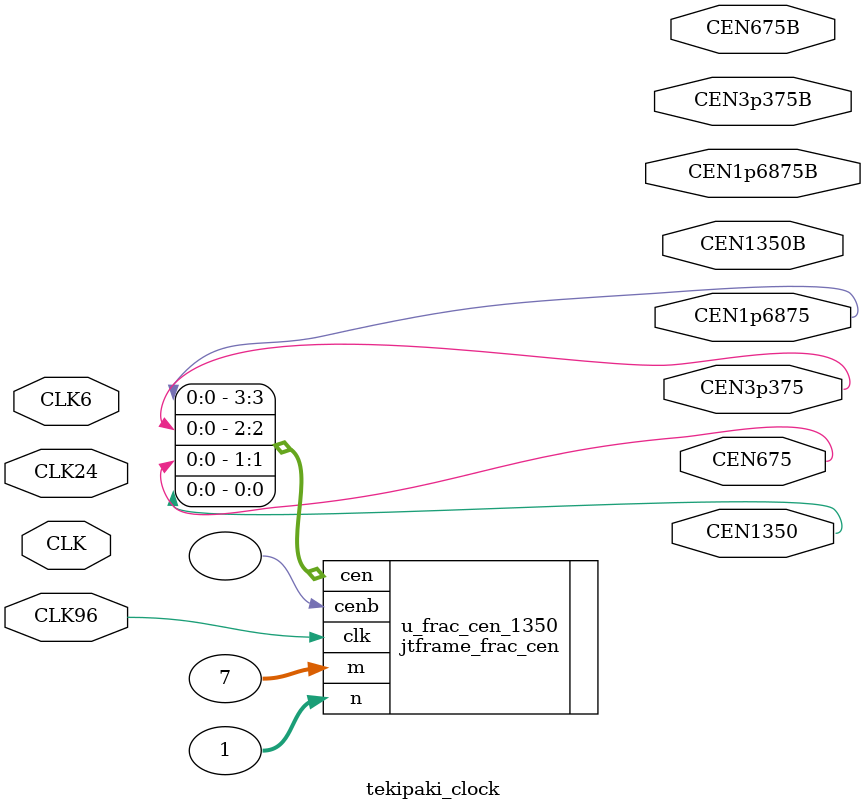
<source format=v>
/*
* <-- pr4m0d -->
* https://pram0d.com
* https://twitter.com/pr4m0d
* https://github.com/psomashekar
*
* Copyright (c) 2022 Pramod Somashekar
*
* <-- atrac17 -->
* https://coinopcollection.org
* https://twitter.com/_atrac17
* https://github.com/atrac17
*
* Copyright (c) 2024 atrac17
*
* This program is free software: you can redistribute it and/or modify
* it under the terms of the GNU General Public License as published by
* the Free Software Foundation, either version 3 of the License, or
* (at your option) any later version.
*
* This program is distributed in the hope that it will be useful,
* but WITHOUT ANY WARRANTY; without even the implied warranty of
* MERCHANTABILITY or FITNESS FOR A PARTICULAR PURPOSE.  See the
* GNU General Public License for more details.
*
* You should have received a copy of the GNU General Public License
* along with this program.  If not, see <https://www.gnu.org/licenses/>.
*/
module tekipaki_clock (
    input CLK,         //47.25 mhz
    input CLK96,       //94.5 mhz
    input CLK24,       //27 mhz
    input CLK6,        //6.75 mhz
    output CEN675,     //6.75 mhz
    output CEN675B,    //6.75 mhz
    output CEN3p375,   //3.375 mhz
    output CEN3p375B,  //3.375 mhz
    output CEN1p6875,  //1.6875 mhz
    output CEN1p6875B, //1.6875 mhz
    output CEN1350,    //13.5 mhz
    output CEN1350B    //13.5 mhz
);

// 94.5/7  = 13.5
// 94.5/14 = 6.75
// 94.5/28 = 3.375
// 94.5/56 = 1.6875

jtframe_frac_cen #(.W(4)) u_frac_cen_1350(
    .clk(CLK96),
    .n(1),
    .m(7),
    .cen({CEN1p6875, CEN3p375, CEN675, CEN1350}),
    .cenb()
);

endmodule

</source>
